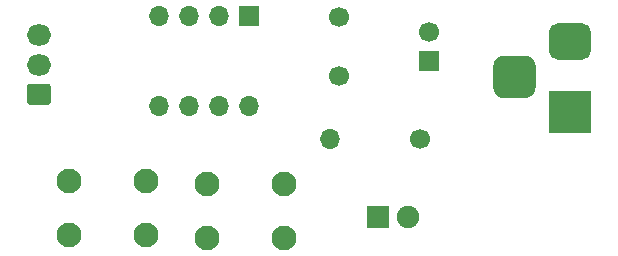
<source format=gbr>
%TF.GenerationSoftware,KiCad,Pcbnew,5.1.6-c6e7f7d~86~ubuntu19.10.1*%
%TF.CreationDate,2020-07-11T11:49:28-04:00*%
%TF.ProjectId,ATtiny85-WS2812-Controller,41547469-6e79-4383-952d-575332383132,rev?*%
%TF.SameCoordinates,Original*%
%TF.FileFunction,Soldermask,Top*%
%TF.FilePolarity,Negative*%
%FSLAX46Y46*%
G04 Gerber Fmt 4.6, Leading zero omitted, Abs format (unit mm)*
G04 Created by KiCad (PCBNEW 5.1.6-c6e7f7d~86~ubuntu19.10.1) date 2020-07-11 11:49:28*
%MOMM*%
%LPD*%
G01*
G04 APERTURE LIST*
%ADD10O,1.700000X1.700000*%
%ADD11R,1.700000X1.700000*%
%ADD12C,2.100000*%
%ADD13C,1.700000*%
%ADD14O,2.050000X1.800000*%
%ADD15R,3.600000X3.600000*%
%ADD16C,1.900000*%
%ADD17R,1.900000X1.900000*%
G04 APERTURE END LIST*
D10*
%TO.C,U1*%
X114046000Y-68580000D03*
X106426000Y-60960000D03*
X111506000Y-68580000D03*
X108966000Y-60960000D03*
X108966000Y-68580000D03*
X111506000Y-60960000D03*
X106426000Y-68580000D03*
D11*
X114046000Y-60960000D03*
%TD*%
D12*
%TO.C,SW2*%
X105306000Y-74930000D03*
X105306000Y-79430000D03*
X98806000Y-74930000D03*
X98806000Y-79430000D03*
%TD*%
%TO.C,SW1*%
X116990000Y-75184000D03*
X116990000Y-79684000D03*
X110490000Y-75184000D03*
X110490000Y-79684000D03*
%TD*%
D10*
%TO.C,R1*%
X120904000Y-71374000D03*
D13*
X128524000Y-71374000D03*
%TD*%
D14*
%TO.C,J2*%
X96266000Y-62564000D03*
X96266000Y-65064000D03*
G36*
G01*
X97026294Y-68464000D02*
X95505706Y-68464000D01*
G75*
G02*
X95241000Y-68199294I0J264706D01*
G01*
X95241000Y-66928706D01*
G75*
G02*
X95505706Y-66664000I264706J0D01*
G01*
X97026294Y-66664000D01*
G75*
G02*
X97291000Y-66928706I0J-264706D01*
G01*
X97291000Y-68199294D01*
G75*
G02*
X97026294Y-68464000I-264706J0D01*
G01*
G37*
%TD*%
%TO.C,J1*%
G36*
G01*
X135624000Y-64288000D02*
X137424000Y-64288000D01*
G75*
G02*
X138324000Y-65188000I0J-900000D01*
G01*
X138324000Y-66988000D01*
G75*
G02*
X137424000Y-67888000I-900000J0D01*
G01*
X135624000Y-67888000D01*
G75*
G02*
X134724000Y-66988000I0J900000D01*
G01*
X134724000Y-65188000D01*
G75*
G02*
X135624000Y-64288000I900000J0D01*
G01*
G37*
G36*
G01*
X140199000Y-61538000D02*
X142249000Y-61538000D01*
G75*
G02*
X143024000Y-62313000I0J-775000D01*
G01*
X143024000Y-63863000D01*
G75*
G02*
X142249000Y-64638000I-775000J0D01*
G01*
X140199000Y-64638000D01*
G75*
G02*
X139424000Y-63863000I0J775000D01*
G01*
X139424000Y-62313000D01*
G75*
G02*
X140199000Y-61538000I775000J0D01*
G01*
G37*
D15*
X141224000Y-69088000D03*
%TD*%
D16*
%TO.C,D1*%
X127508000Y-77978000D03*
D17*
X124968000Y-77978000D03*
%TD*%
D13*
%TO.C,C2*%
X121666000Y-61040000D03*
X121666000Y-66040000D03*
%TD*%
%TO.C,C1*%
X129286000Y-62270000D03*
D11*
X129286000Y-64770000D03*
%TD*%
M02*

</source>
